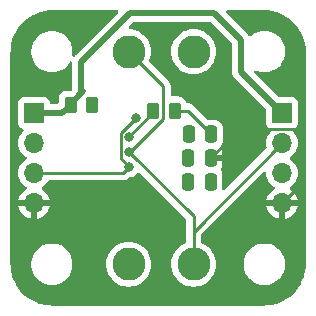
<source format=gbl>
%TF.GenerationSoftware,KiCad,Pcbnew,7.0.6*%
%TF.CreationDate,2023-11-15T12:58:54-06:00*%
%TF.ProjectId,TorqueSensorAmpifierPCB,546f7271-7565-4536-956e-736f72416d70,rev?*%
%TF.SameCoordinates,Original*%
%TF.FileFunction,Copper,L2,Bot*%
%TF.FilePolarity,Positive*%
%FSLAX46Y46*%
G04 Gerber Fmt 4.6, Leading zero omitted, Abs format (unit mm)*
G04 Created by KiCad (PCBNEW 7.0.6) date 2023-11-15 12:58:54*
%MOMM*%
%LPD*%
G01*
G04 APERTURE LIST*
G04 Aperture macros list*
%AMRoundRect*
0 Rectangle with rounded corners*
0 $1 Rounding radius*
0 $2 $3 $4 $5 $6 $7 $8 $9 X,Y pos of 4 corners*
0 Add a 4 corners polygon primitive as box body*
4,1,4,$2,$3,$4,$5,$6,$7,$8,$9,$2,$3,0*
0 Add four circle primitives for the rounded corners*
1,1,$1+$1,$2,$3*
1,1,$1+$1,$4,$5*
1,1,$1+$1,$6,$7*
1,1,$1+$1,$8,$9*
0 Add four rect primitives between the rounded corners*
20,1,$1+$1,$2,$3,$4,$5,0*
20,1,$1+$1,$4,$5,$6,$7,0*
20,1,$1+$1,$6,$7,$8,$9,0*
20,1,$1+$1,$8,$9,$2,$3,0*%
G04 Aperture macros list end*
%TA.AperFunction,ComponentPad*%
%ADD10C,2.800000*%
%TD*%
%TA.AperFunction,ComponentPad*%
%ADD11R,1.700000X1.700000*%
%TD*%
%TA.AperFunction,ComponentPad*%
%ADD12O,1.700000X1.700000*%
%TD*%
%TA.AperFunction,SMDPad,CuDef*%
%ADD13RoundRect,0.250000X-0.250000X-0.475000X0.250000X-0.475000X0.250000X0.475000X-0.250000X0.475000X0*%
%TD*%
%TA.AperFunction,SMDPad,CuDef*%
%ADD14RoundRect,0.250000X-0.262500X-0.450000X0.262500X-0.450000X0.262500X0.450000X-0.262500X0.450000X0*%
%TD*%
%TA.AperFunction,ViaPad*%
%ADD15C,0.800000*%
%TD*%
%TA.AperFunction,Conductor*%
%ADD16C,0.250000*%
%TD*%
%TA.AperFunction,Conductor*%
%ADD17C,0.500000*%
%TD*%
G04 APERTURE END LIST*
D10*
%TO.P,TP1,1,1*%
%TO.N,/SIG_IN_+*%
X73000000Y-91500000D03*
%TD*%
D11*
%TO.P,J2,1,Pin_1*%
%TO.N,+5V*%
X80500000Y-96700000D03*
D12*
%TO.P,J2,2,Pin_2*%
%TO.N,GNDS*%
X80500000Y-99240000D03*
%TO.P,J2,3,Pin_3*%
%TO.N,/SIG_OUT_+*%
X80500000Y-101780000D03*
%TO.P,J2,4,Pin_4*%
%TO.N,GND*%
X80500000Y-104320000D03*
%TD*%
D10*
%TO.P,TP4,1,1*%
%TO.N,GNDS*%
X73000000Y-109500000D03*
%TD*%
%TO.P,TP2,1,1*%
%TO.N,GNDS*%
X67500000Y-91500000D03*
%TD*%
%TO.P,TP3,1,1*%
%TO.N,/SIG_OUT_+*%
X67500000Y-109500000D03*
%TD*%
D11*
%TO.P,J1,1,Pin_1*%
%TO.N,+5V*%
X59500000Y-96700000D03*
D12*
%TO.P,J1,2,Pin_2*%
%TO.N,GNDS*%
X59500000Y-99240000D03*
%TO.P,J1,3,Pin_3*%
%TO.N,/SIG_IN_+*%
X59500000Y-101780000D03*
%TO.P,J1,4,Pin_4*%
%TO.N,GND*%
X59500000Y-104320000D03*
%TD*%
D13*
%TO.P,C2,1*%
%TO.N,Net-(C2-Pad1)*%
X72600000Y-98500000D03*
%TO.P,C2,2*%
%TO.N,Net-(C2-Pad2)*%
X74500000Y-98500000D03*
%TD*%
D14*
%TO.P,R2,1*%
%TO.N,Net-(R2-Pad1)*%
X69587500Y-96500000D03*
%TO.P,R2,2*%
%TO.N,Net-(C2-Pad2)*%
X71412500Y-96500000D03*
%TD*%
D13*
%TO.P,C3,1*%
%TO.N,Net-(C3-Pad1)*%
X72550000Y-102500000D03*
%TO.P,C3,2*%
%TO.N,/SIG_OUT_+*%
X74450000Y-102500000D03*
%TD*%
D14*
%TO.P,R1,1*%
%TO.N,+5V*%
X62587500Y-96000000D03*
%TO.P,R1,2*%
%TO.N,Net-(D1-A)*%
X64412500Y-96000000D03*
%TD*%
D13*
%TO.P,C1,1*%
%TO.N,Net-(U1-BYPASS)*%
X72550000Y-100500000D03*
%TO.P,C1,2*%
%TO.N,GND*%
X74450000Y-100500000D03*
%TD*%
D15*
%TO.N,Net-(U1-BYPASS)*%
X72550000Y-100376498D03*
%TO.N,Net-(C2-Pad1)*%
X72600000Y-98500000D03*
%TO.N,Net-(C3-Pad1)*%
X72500000Y-102500000D03*
%TO.N,/SIG_OUT_+*%
X74450000Y-102500000D03*
%TO.N,Net-(D1-A)*%
X64412500Y-96000000D03*
%TO.N,Net-(R2-Pad1)*%
X67550000Y-98690000D03*
%TO.N,GNDS*%
X67550000Y-99960000D03*
%TO.N,/SIG_IN_+*%
X67550000Y-101230000D03*
X68107701Y-97107701D03*
%TD*%
D16*
%TO.N,GND*%
X82065000Y-98065000D02*
X82375000Y-98375000D01*
X82375000Y-98375000D02*
X82375000Y-102445000D01*
X74450000Y-100500000D02*
X76885000Y-98065000D01*
X76885000Y-98065000D02*
X82065000Y-98065000D01*
X82375000Y-102445000D02*
X80500000Y-104320000D01*
%TO.N,Net-(C2-Pad2)*%
X72500000Y-96500000D02*
X71412500Y-96500000D01*
X74500000Y-98500000D02*
X72500000Y-96500000D01*
%TO.N,Net-(C3-Pad1)*%
X72550000Y-102500000D02*
X72500000Y-102500000D01*
%TO.N,Net-(R2-Pad1)*%
X69587500Y-96500000D02*
X69587500Y-96652500D01*
X69587500Y-96652500D02*
X67550000Y-98690000D01*
%TO.N,GNDS*%
X70425000Y-97188173D02*
X67653173Y-99960000D01*
X70425000Y-94425000D02*
X70425000Y-97188173D01*
X67500000Y-91500000D02*
X70425000Y-94425000D01*
X73000000Y-109500000D02*
X73000000Y-106740000D01*
X73000000Y-105410000D02*
X67550000Y-99960000D01*
X73000000Y-109500000D02*
X73000000Y-105410000D01*
X67653173Y-99960000D02*
X67550000Y-99960000D01*
X73000000Y-106740000D02*
X80500000Y-99240000D01*
%TO.N,/SIG_IN_+*%
X59500000Y-101780000D02*
X67000000Y-101780000D01*
X68107701Y-97107701D02*
X66825000Y-98390402D01*
X66825000Y-100505000D02*
X67550000Y-101230000D01*
X66825000Y-98390402D02*
X66825000Y-100505000D01*
X67000000Y-101780000D02*
X67550000Y-101230000D01*
D17*
%TO.N,+5V*%
X61887500Y-96700000D02*
X59500000Y-96700000D01*
X62587500Y-96000000D02*
X61887500Y-96700000D01*
X62587500Y-96000000D02*
X62587500Y-95912500D01*
X77000000Y-93200000D02*
X80500000Y-96700000D01*
X77000000Y-90500000D02*
X77000000Y-93200000D01*
X63500000Y-92383704D02*
X67633704Y-88250000D01*
X63500000Y-95000000D02*
X63650000Y-94850000D01*
X62587500Y-95912500D02*
X63500000Y-95000000D01*
X74750000Y-88250000D02*
X77000000Y-90500000D01*
X63500000Y-95000000D02*
X63500000Y-92383704D01*
X67633704Y-88250000D02*
X74750000Y-88250000D01*
%TD*%
%TA.AperFunction,Conductor*%
%TO.N,GND*%
G36*
X66589513Y-88020185D02*
G01*
X66635268Y-88072989D01*
X66645212Y-88142147D01*
X66616187Y-88205703D01*
X66610155Y-88212181D01*
X63014358Y-91807976D01*
X63000729Y-91819755D01*
X62981469Y-91834094D01*
X62947896Y-91874104D01*
X62944247Y-91878086D01*
X62938766Y-91883569D01*
X62877447Y-91917063D01*
X62807755Y-91912088D01*
X62751815Y-91870224D01*
X62727389Y-91804763D01*
X62728456Y-91777427D01*
X62750500Y-91631182D01*
X62750500Y-91368818D01*
X62711396Y-91109385D01*
X62634063Y-90858677D01*
X62604388Y-90797056D01*
X62520232Y-90622303D01*
X62520231Y-90622302D01*
X62520230Y-90622301D01*
X62520228Y-90622296D01*
X62372433Y-90405521D01*
X62362441Y-90394753D01*
X62193985Y-90213198D01*
X62128384Y-90160883D01*
X61988857Y-90049614D01*
X61761643Y-89918432D01*
X61517416Y-89822580D01*
X61517411Y-89822578D01*
X61517402Y-89822576D01*
X61273161Y-89766830D01*
X61261630Y-89764198D01*
X61261629Y-89764197D01*
X61261625Y-89764197D01*
X61261620Y-89764196D01*
X61065500Y-89749500D01*
X61065494Y-89749500D01*
X60934506Y-89749500D01*
X60934500Y-89749500D01*
X60738379Y-89764196D01*
X60738374Y-89764197D01*
X60482597Y-89822576D01*
X60482578Y-89822582D01*
X60238356Y-89918432D01*
X60011143Y-90049614D01*
X59806014Y-90213198D01*
X59627567Y-90405520D01*
X59479768Y-90622302D01*
X59479767Y-90622303D01*
X59365938Y-90858673D01*
X59288606Y-91109376D01*
X59288605Y-91109381D01*
X59288604Y-91109385D01*
X59281429Y-91156989D01*
X59249500Y-91368812D01*
X59249500Y-91631187D01*
X59249508Y-91631237D01*
X59288604Y-91890615D01*
X59288605Y-91890617D01*
X59288606Y-91890623D01*
X59365938Y-92141326D01*
X59479767Y-92377696D01*
X59479768Y-92377697D01*
X59479770Y-92377700D01*
X59479772Y-92377704D01*
X59583679Y-92530107D01*
X59627567Y-92594479D01*
X59806014Y-92786801D01*
X59806018Y-92786804D01*
X59806019Y-92786805D01*
X60011143Y-92950386D01*
X60238357Y-93081568D01*
X60482584Y-93177420D01*
X60738370Y-93235802D01*
X60738376Y-93235802D01*
X60738379Y-93235803D01*
X60934500Y-93250500D01*
X60934506Y-93250500D01*
X61065500Y-93250500D01*
X61261620Y-93235803D01*
X61261622Y-93235802D01*
X61261630Y-93235802D01*
X61517416Y-93177420D01*
X61761643Y-93081568D01*
X61988857Y-92950386D01*
X62193981Y-92786805D01*
X62372433Y-92594479D01*
X62520228Y-92377704D01*
X62520230Y-92377699D01*
X62522841Y-92373870D01*
X62524686Y-92375128D01*
X62568590Y-92333198D01*
X62637186Y-92319920D01*
X62702072Y-92345835D01*
X62742646Y-92402717D01*
X62749499Y-92443368D01*
X62749499Y-94637769D01*
X62729814Y-94704808D01*
X62713180Y-94725450D01*
X62675449Y-94763181D01*
X62614126Y-94796666D01*
X62587768Y-94799500D01*
X62274999Y-94799500D01*
X62274980Y-94799501D01*
X62172203Y-94810000D01*
X62172200Y-94810001D01*
X62005668Y-94865185D01*
X62005663Y-94865187D01*
X61856342Y-94957289D01*
X61732289Y-95081342D01*
X61640187Y-95230663D01*
X61640185Y-95230668D01*
X61621090Y-95288294D01*
X61585001Y-95397203D01*
X61585001Y-95397204D01*
X61585000Y-95397204D01*
X61574500Y-95499983D01*
X61574500Y-95825500D01*
X61554815Y-95892539D01*
X61502011Y-95938294D01*
X61450500Y-95949500D01*
X60974499Y-95949500D01*
X60907460Y-95929815D01*
X60861705Y-95877011D01*
X60850499Y-95825500D01*
X60850499Y-95802129D01*
X60850498Y-95802123D01*
X60850497Y-95802116D01*
X60844091Y-95742517D01*
X60839672Y-95730670D01*
X60793797Y-95607671D01*
X60793793Y-95607664D01*
X60707547Y-95492455D01*
X60707544Y-95492452D01*
X60592335Y-95406206D01*
X60592328Y-95406202D01*
X60457482Y-95355908D01*
X60457483Y-95355908D01*
X60397883Y-95349501D01*
X60397881Y-95349500D01*
X60397873Y-95349500D01*
X60397864Y-95349500D01*
X58602129Y-95349500D01*
X58602123Y-95349501D01*
X58542516Y-95355908D01*
X58407671Y-95406202D01*
X58407664Y-95406206D01*
X58292455Y-95492452D01*
X58292452Y-95492455D01*
X58206206Y-95607664D01*
X58206202Y-95607671D01*
X58155908Y-95742517D01*
X58151176Y-95786536D01*
X58149501Y-95802123D01*
X58149500Y-95802135D01*
X58149500Y-97597870D01*
X58149501Y-97597876D01*
X58155908Y-97657483D01*
X58206202Y-97792328D01*
X58206206Y-97792335D01*
X58292452Y-97907544D01*
X58292455Y-97907547D01*
X58407664Y-97993793D01*
X58407671Y-97993797D01*
X58539081Y-98042810D01*
X58595015Y-98084681D01*
X58619432Y-98150145D01*
X58604580Y-98218418D01*
X58583430Y-98246673D01*
X58461503Y-98368600D01*
X58325965Y-98562169D01*
X58325964Y-98562171D01*
X58226098Y-98776335D01*
X58226094Y-98776344D01*
X58164938Y-99004586D01*
X58164936Y-99004596D01*
X58144341Y-99239999D01*
X58144341Y-99240000D01*
X58164936Y-99475403D01*
X58164938Y-99475413D01*
X58226094Y-99703655D01*
X58226096Y-99703659D01*
X58226097Y-99703663D01*
X58236280Y-99725500D01*
X58325965Y-99917830D01*
X58325967Y-99917834D01*
X58461501Y-100111395D01*
X58461506Y-100111402D01*
X58628597Y-100278493D01*
X58628603Y-100278498D01*
X58814158Y-100408425D01*
X58857783Y-100463002D01*
X58864977Y-100532500D01*
X58833454Y-100594855D01*
X58814158Y-100611575D01*
X58628597Y-100741505D01*
X58461505Y-100908597D01*
X58325965Y-101102169D01*
X58325964Y-101102171D01*
X58226098Y-101316335D01*
X58226094Y-101316344D01*
X58164938Y-101544586D01*
X58164936Y-101544596D01*
X58144341Y-101779999D01*
X58144341Y-101780000D01*
X58164936Y-102015403D01*
X58164938Y-102015413D01*
X58226094Y-102243655D01*
X58226096Y-102243659D01*
X58226097Y-102243663D01*
X58272630Y-102343453D01*
X58325965Y-102457830D01*
X58325967Y-102457834D01*
X58434281Y-102612521D01*
X58461501Y-102651396D01*
X58461506Y-102651402D01*
X58628597Y-102818493D01*
X58628603Y-102818498D01*
X58814594Y-102948730D01*
X58858219Y-103003307D01*
X58865413Y-103072805D01*
X58833890Y-103135160D01*
X58814595Y-103151880D01*
X58628922Y-103281890D01*
X58628920Y-103281891D01*
X58461891Y-103448920D01*
X58461886Y-103448926D01*
X58326400Y-103642420D01*
X58326399Y-103642422D01*
X58226570Y-103856507D01*
X58226567Y-103856513D01*
X58169364Y-104069999D01*
X58169364Y-104070000D01*
X59066314Y-104070000D01*
X59040507Y-104110156D01*
X59000000Y-104248111D01*
X59000000Y-104391889D01*
X59040507Y-104529844D01*
X59066314Y-104570000D01*
X58169364Y-104570000D01*
X58226567Y-104783486D01*
X58226570Y-104783492D01*
X58326399Y-104997578D01*
X58461894Y-105191082D01*
X58628917Y-105358105D01*
X58822421Y-105493600D01*
X59036507Y-105593429D01*
X59036516Y-105593433D01*
X59249998Y-105650635D01*
X59249999Y-105650634D01*
X59249999Y-104755501D01*
X59357685Y-104804680D01*
X59464237Y-104820000D01*
X59535763Y-104820000D01*
X59642315Y-104804680D01*
X59750000Y-104755501D01*
X59750000Y-105650633D01*
X59963483Y-105593433D01*
X59963492Y-105593429D01*
X60177578Y-105493600D01*
X60371082Y-105358105D01*
X60538105Y-105191082D01*
X60673600Y-104997578D01*
X60773429Y-104783492D01*
X60773432Y-104783486D01*
X60830636Y-104570000D01*
X59933686Y-104570000D01*
X59959493Y-104529844D01*
X60000000Y-104391889D01*
X60000000Y-104248111D01*
X59959493Y-104110156D01*
X59933686Y-104070000D01*
X60830636Y-104070000D01*
X60830635Y-104069999D01*
X60773432Y-103856513D01*
X60773429Y-103856507D01*
X60673600Y-103642422D01*
X60673599Y-103642420D01*
X60538113Y-103448926D01*
X60538108Y-103448920D01*
X60371078Y-103281890D01*
X60185405Y-103151879D01*
X60141780Y-103097302D01*
X60134588Y-103027804D01*
X60166110Y-102965449D01*
X60185406Y-102948730D01*
X60371401Y-102818495D01*
X60538495Y-102651401D01*
X60673651Y-102458377D01*
X60728229Y-102414752D01*
X60775227Y-102405500D01*
X66917257Y-102405500D01*
X66932877Y-102407224D01*
X66932904Y-102406939D01*
X66940660Y-102407671D01*
X66940667Y-102407673D01*
X67009814Y-102405500D01*
X67039350Y-102405500D01*
X67046228Y-102404630D01*
X67052041Y-102404172D01*
X67098627Y-102402709D01*
X67117869Y-102397117D01*
X67136912Y-102393174D01*
X67156792Y-102390664D01*
X67200122Y-102373507D01*
X67205646Y-102371617D01*
X67209396Y-102370527D01*
X67250390Y-102358618D01*
X67267629Y-102348422D01*
X67285103Y-102339862D01*
X67303727Y-102332488D01*
X67303727Y-102332487D01*
X67303732Y-102332486D01*
X67341449Y-102305082D01*
X67346305Y-102301892D01*
X67386420Y-102278170D01*
X67400589Y-102263999D01*
X67415379Y-102251368D01*
X67431587Y-102239594D01*
X67461294Y-102203681D01*
X67465219Y-102199370D01*
X67497772Y-102166817D01*
X67559096Y-102133333D01*
X67585452Y-102130500D01*
X67644644Y-102130500D01*
X67644646Y-102130500D01*
X67829803Y-102091144D01*
X68002730Y-102014151D01*
X68155871Y-101902888D01*
X68282533Y-101762216D01*
X68282536Y-101762210D01*
X68282794Y-101761924D01*
X68342280Y-101725276D01*
X68412137Y-101726605D01*
X68462625Y-101757215D01*
X72338181Y-105632771D01*
X72371666Y-105694094D01*
X72374500Y-105720452D01*
X72374500Y-106681016D01*
X72372973Y-106700415D01*
X72369840Y-106720194D01*
X72369840Y-106720195D01*
X72374225Y-106766583D01*
X72374500Y-106772421D01*
X72374500Y-107618813D01*
X72354815Y-107685852D01*
X72302011Y-107731607D01*
X72293834Y-107734994D01*
X72208493Y-107766825D01*
X72208481Y-107766830D01*
X71969892Y-107897109D01*
X71969891Y-107897110D01*
X71752259Y-108060028D01*
X71752247Y-108060038D01*
X71560038Y-108252247D01*
X71560028Y-108252259D01*
X71397110Y-108469891D01*
X71397109Y-108469892D01*
X71266830Y-108708480D01*
X71219326Y-108835843D01*
X71171825Y-108963199D01*
X71171824Y-108963202D01*
X71171823Y-108963206D01*
X71114040Y-109228832D01*
X71114039Y-109228839D01*
X71094645Y-109499998D01*
X71094645Y-109500001D01*
X71114039Y-109771160D01*
X71114040Y-109771167D01*
X71140025Y-109890617D01*
X71171825Y-110036801D01*
X71231798Y-110197594D01*
X71266830Y-110291519D01*
X71397109Y-110530107D01*
X71397110Y-110530108D01*
X71397113Y-110530113D01*
X71560029Y-110747742D01*
X71560033Y-110747746D01*
X71560038Y-110747752D01*
X71752247Y-110939961D01*
X71752253Y-110939966D01*
X71752258Y-110939971D01*
X71969887Y-111102887D01*
X71969891Y-111102889D01*
X71969892Y-111102890D01*
X72208481Y-111233169D01*
X72208480Y-111233169D01*
X72208484Y-111233170D01*
X72208487Y-111233172D01*
X72463199Y-111328175D01*
X72728840Y-111385961D01*
X72980605Y-111403967D01*
X72999999Y-111405355D01*
X73000000Y-111405355D01*
X73000001Y-111405355D01*
X73018100Y-111404060D01*
X73271160Y-111385961D01*
X73536801Y-111328175D01*
X73791513Y-111233172D01*
X73791517Y-111233169D01*
X73791519Y-111233169D01*
X73944467Y-111149653D01*
X74030113Y-111102887D01*
X74247742Y-110939971D01*
X74439971Y-110747742D01*
X74602887Y-110530113D01*
X74689109Y-110372209D01*
X74733169Y-110291519D01*
X74733169Y-110291517D01*
X74733172Y-110291513D01*
X74828175Y-110036801D01*
X74885961Y-109771160D01*
X74895972Y-109631187D01*
X77249500Y-109631187D01*
X77269794Y-109765823D01*
X77288604Y-109890615D01*
X77288605Y-109890617D01*
X77288606Y-109890623D01*
X77365938Y-110141326D01*
X77479767Y-110377696D01*
X77479768Y-110377697D01*
X77479770Y-110377700D01*
X77479772Y-110377704D01*
X77583679Y-110530107D01*
X77627567Y-110594479D01*
X77806014Y-110786801D01*
X77806018Y-110786804D01*
X77806019Y-110786805D01*
X78011143Y-110950386D01*
X78238357Y-111081568D01*
X78482584Y-111177420D01*
X78738370Y-111235802D01*
X78738376Y-111235802D01*
X78738379Y-111235803D01*
X78934500Y-111250500D01*
X78934506Y-111250500D01*
X79065500Y-111250500D01*
X79261620Y-111235803D01*
X79261622Y-111235802D01*
X79261630Y-111235802D01*
X79517416Y-111177420D01*
X79761643Y-111081568D01*
X79988857Y-110950386D01*
X80193981Y-110786805D01*
X80372433Y-110594479D01*
X80520228Y-110377704D01*
X80634063Y-110141323D01*
X80711396Y-109890615D01*
X80750500Y-109631182D01*
X80750500Y-109368818D01*
X80711396Y-109109385D01*
X80634063Y-108858677D01*
X80622121Y-108833880D01*
X80520232Y-108622303D01*
X80520231Y-108622302D01*
X80520230Y-108622301D01*
X80520228Y-108622296D01*
X80372433Y-108405521D01*
X80362441Y-108394753D01*
X80193985Y-108213198D01*
X80154533Y-108181736D01*
X79988857Y-108049614D01*
X79761643Y-107918432D01*
X79517416Y-107822580D01*
X79517411Y-107822578D01*
X79517402Y-107822576D01*
X79273161Y-107766830D01*
X79261630Y-107764198D01*
X79261629Y-107764197D01*
X79261625Y-107764197D01*
X79261620Y-107764196D01*
X79065500Y-107749500D01*
X79065494Y-107749500D01*
X78934506Y-107749500D01*
X78934500Y-107749500D01*
X78738379Y-107764196D01*
X78738374Y-107764197D01*
X78482597Y-107822576D01*
X78482578Y-107822582D01*
X78238356Y-107918432D01*
X78011143Y-108049614D01*
X77806014Y-108213198D01*
X77627567Y-108405520D01*
X77479768Y-108622302D01*
X77479767Y-108622303D01*
X77365938Y-108858673D01*
X77288606Y-109109376D01*
X77288605Y-109109381D01*
X77288604Y-109109385D01*
X77273853Y-109207247D01*
X77249500Y-109368812D01*
X77249500Y-109631187D01*
X74895972Y-109631187D01*
X74905355Y-109500000D01*
X74905245Y-109498469D01*
X74902765Y-109463799D01*
X74885961Y-109228840D01*
X74828175Y-108963199D01*
X74733172Y-108708487D01*
X74733170Y-108708484D01*
X74733169Y-108708480D01*
X74602890Y-108469892D01*
X74602889Y-108469891D01*
X74602887Y-108469887D01*
X74439971Y-108252258D01*
X74439966Y-108252253D01*
X74439961Y-108252247D01*
X74247752Y-108060038D01*
X74247746Y-108060033D01*
X74247742Y-108060029D01*
X74030113Y-107897113D01*
X74030108Y-107897110D01*
X74030107Y-107897109D01*
X73791518Y-107766830D01*
X73791506Y-107766825D01*
X73706166Y-107734994D01*
X73650232Y-107693123D01*
X73625816Y-107627658D01*
X73625500Y-107618813D01*
X73625500Y-107050451D01*
X73645185Y-106983412D01*
X73661814Y-106962775D01*
X78932660Y-101691928D01*
X78993983Y-101658444D01*
X79063675Y-101663428D01*
X79119608Y-101705300D01*
X79144025Y-101770764D01*
X79144341Y-101779610D01*
X79144341Y-101780000D01*
X79164936Y-102015403D01*
X79164938Y-102015413D01*
X79226094Y-102243655D01*
X79226096Y-102243659D01*
X79226097Y-102243663D01*
X79272630Y-102343453D01*
X79325965Y-102457830D01*
X79325967Y-102457834D01*
X79434281Y-102612521D01*
X79461501Y-102651396D01*
X79461506Y-102651402D01*
X79628597Y-102818493D01*
X79628603Y-102818498D01*
X79814594Y-102948730D01*
X79858219Y-103003307D01*
X79865413Y-103072805D01*
X79833890Y-103135160D01*
X79814595Y-103151880D01*
X79628922Y-103281890D01*
X79628920Y-103281891D01*
X79461891Y-103448920D01*
X79461886Y-103448926D01*
X79326400Y-103642420D01*
X79326399Y-103642422D01*
X79226570Y-103856507D01*
X79226567Y-103856513D01*
X79169364Y-104069999D01*
X79169364Y-104070000D01*
X80066314Y-104070000D01*
X80040507Y-104110156D01*
X80000000Y-104248111D01*
X80000000Y-104391889D01*
X80040507Y-104529844D01*
X80066314Y-104570000D01*
X79169364Y-104570000D01*
X79226567Y-104783486D01*
X79226570Y-104783492D01*
X79326399Y-104997578D01*
X79461894Y-105191082D01*
X79628917Y-105358105D01*
X79822421Y-105493600D01*
X80036507Y-105593429D01*
X80036516Y-105593433D01*
X80250000Y-105650634D01*
X80250000Y-104755501D01*
X80357685Y-104804680D01*
X80464237Y-104820000D01*
X80535763Y-104820000D01*
X80642315Y-104804680D01*
X80750000Y-104755501D01*
X80750000Y-105650633D01*
X80963483Y-105593433D01*
X80963492Y-105593429D01*
X81177578Y-105493600D01*
X81371082Y-105358105D01*
X81538105Y-105191082D01*
X81673600Y-104997578D01*
X81773429Y-104783492D01*
X81773432Y-104783486D01*
X81830636Y-104570000D01*
X80933686Y-104570000D01*
X80959493Y-104529844D01*
X81000000Y-104391889D01*
X81000000Y-104248111D01*
X80959493Y-104110156D01*
X80933686Y-104070000D01*
X81830636Y-104070000D01*
X81830635Y-104069999D01*
X81773432Y-103856513D01*
X81773429Y-103856507D01*
X81673600Y-103642422D01*
X81673599Y-103642420D01*
X81538113Y-103448926D01*
X81538108Y-103448920D01*
X81371078Y-103281890D01*
X81185405Y-103151879D01*
X81141780Y-103097302D01*
X81134588Y-103027804D01*
X81166110Y-102965449D01*
X81185406Y-102948730D01*
X81371401Y-102818495D01*
X81538495Y-102651401D01*
X81674035Y-102457830D01*
X81773903Y-102243663D01*
X81835063Y-102015408D01*
X81855659Y-101780000D01*
X81835063Y-101544592D01*
X81773903Y-101316337D01*
X81674035Y-101102171D01*
X81673652Y-101101623D01*
X81538494Y-100908597D01*
X81371402Y-100741506D01*
X81371401Y-100741505D01*
X81185842Y-100611575D01*
X81185841Y-100611574D01*
X81142216Y-100556997D01*
X81135024Y-100487498D01*
X81166546Y-100425144D01*
X81185836Y-100408428D01*
X81371401Y-100278495D01*
X81538495Y-100111401D01*
X81674035Y-99917830D01*
X81773903Y-99703663D01*
X81835063Y-99475408D01*
X81855659Y-99240000D01*
X81835063Y-99004592D01*
X81773903Y-98776337D01*
X81674035Y-98562171D01*
X81539893Y-98370596D01*
X81538496Y-98368600D01*
X81481270Y-98311374D01*
X81416567Y-98246671D01*
X81383084Y-98185351D01*
X81388068Y-98115659D01*
X81429939Y-98059725D01*
X81460915Y-98042810D01*
X81592331Y-97993796D01*
X81707546Y-97907546D01*
X81793796Y-97792331D01*
X81844091Y-97657483D01*
X81850500Y-97597873D01*
X81850499Y-95802128D01*
X81844091Y-95742517D01*
X81839672Y-95730670D01*
X81793797Y-95607671D01*
X81793793Y-95607664D01*
X81707547Y-95492455D01*
X81707544Y-95492452D01*
X81592335Y-95406206D01*
X81592328Y-95406202D01*
X81457482Y-95355908D01*
X81457483Y-95355908D01*
X81397883Y-95349501D01*
X81397881Y-95349500D01*
X81397873Y-95349500D01*
X81397865Y-95349500D01*
X80262229Y-95349500D01*
X80195190Y-95329815D01*
X80174548Y-95313181D01*
X78172318Y-93310950D01*
X78138833Y-93249627D01*
X78143817Y-93179935D01*
X78185689Y-93124002D01*
X78251153Y-93099585D01*
X78305297Y-93107840D01*
X78482584Y-93177420D01*
X78738370Y-93235802D01*
X78738376Y-93235802D01*
X78738379Y-93235803D01*
X78934500Y-93250500D01*
X78934506Y-93250500D01*
X79065500Y-93250500D01*
X79261620Y-93235803D01*
X79261622Y-93235802D01*
X79261630Y-93235802D01*
X79517416Y-93177420D01*
X79761643Y-93081568D01*
X79988857Y-92950386D01*
X80193981Y-92786805D01*
X80372433Y-92594479D01*
X80520228Y-92377704D01*
X80634063Y-92141323D01*
X80711396Y-91890615D01*
X80750500Y-91631182D01*
X80750500Y-91368818D01*
X80711396Y-91109385D01*
X80634063Y-90858677D01*
X80604388Y-90797056D01*
X80520232Y-90622303D01*
X80520231Y-90622302D01*
X80520230Y-90622301D01*
X80520228Y-90622296D01*
X80372433Y-90405521D01*
X80362441Y-90394753D01*
X80193985Y-90213198D01*
X80128384Y-90160883D01*
X79988857Y-90049614D01*
X79761643Y-89918432D01*
X79517416Y-89822580D01*
X79517411Y-89822578D01*
X79517402Y-89822576D01*
X79273161Y-89766830D01*
X79261630Y-89764198D01*
X79261629Y-89764197D01*
X79261625Y-89764197D01*
X79261620Y-89764196D01*
X79065500Y-89749500D01*
X79065494Y-89749500D01*
X78934506Y-89749500D01*
X78934500Y-89749500D01*
X78738379Y-89764196D01*
X78738374Y-89764197D01*
X78482597Y-89822576D01*
X78482578Y-89822582D01*
X78238356Y-89918432D01*
X78011139Y-90049616D01*
X77849042Y-90178884D01*
X77784356Y-90205293D01*
X77715660Y-90192536D01*
X77668130Y-90150077D01*
X77633029Y-90096708D01*
X77610203Y-90059703D01*
X77592712Y-90031345D01*
X77592710Y-90031343D01*
X77588234Y-90025682D01*
X77588281Y-90025644D01*
X77583519Y-90019799D01*
X77583474Y-90019838D01*
X77578834Y-90014308D01*
X77522964Y-89961596D01*
X75773549Y-88212181D01*
X75740064Y-88150858D01*
X75745048Y-88081166D01*
X75786920Y-88025233D01*
X75852384Y-88000816D01*
X75861230Y-88000500D01*
X78998471Y-88000500D01*
X79001513Y-88000575D01*
X79067131Y-88003797D01*
X79152481Y-88007990D01*
X79346607Y-88018164D01*
X79352409Y-88018745D01*
X79521733Y-88043862D01*
X79697594Y-88071716D01*
X79702929Y-88072804D01*
X79872209Y-88115206D01*
X80041341Y-88160525D01*
X80046122Y-88162018D01*
X80211894Y-88221332D01*
X80374263Y-88283660D01*
X80378543Y-88285492D01*
X80464073Y-88325944D01*
X80538476Y-88361134D01*
X80692992Y-88439864D01*
X80696720Y-88441928D01*
X80848967Y-88533180D01*
X80994262Y-88627537D01*
X80997428Y-88629736D01*
X81140323Y-88735714D01*
X81274975Y-88844752D01*
X81277594Y-88846997D01*
X81408517Y-88965658D01*
X81410721Y-88967757D01*
X81532241Y-89089277D01*
X81534340Y-89091481D01*
X81653001Y-89222404D01*
X81655246Y-89225023D01*
X81764285Y-89359676D01*
X81870262Y-89502570D01*
X81872461Y-89505736D01*
X81966822Y-89651038D01*
X82058070Y-89803278D01*
X82060133Y-89807006D01*
X82138868Y-89961529D01*
X82214506Y-90121455D01*
X82216342Y-90125746D01*
X82278672Y-90288120D01*
X82289827Y-90319295D01*
X82337970Y-90453847D01*
X82339479Y-90458678D01*
X82384793Y-90627790D01*
X82427191Y-90797056D01*
X82428286Y-90802424D01*
X82456145Y-90978317D01*
X82481250Y-91147560D01*
X82481836Y-91153416D01*
X82492011Y-91347561D01*
X82499425Y-91498488D01*
X82499500Y-91501530D01*
X82499500Y-109498469D01*
X82499425Y-109501511D01*
X82492011Y-109652438D01*
X82481836Y-109846582D01*
X82481250Y-109852438D01*
X82456145Y-110021682D01*
X82428286Y-110197574D01*
X82427191Y-110202942D01*
X82384793Y-110372209D01*
X82339479Y-110541320D01*
X82337967Y-110546163D01*
X82278672Y-110711879D01*
X82216342Y-110874252D01*
X82214507Y-110878543D01*
X82138868Y-111038470D01*
X82060133Y-111192992D01*
X82058070Y-111196720D01*
X81966822Y-111348961D01*
X81872461Y-111494262D01*
X81870262Y-111497428D01*
X81764285Y-111640323D01*
X81655245Y-111774975D01*
X81653001Y-111777594D01*
X81534340Y-111908517D01*
X81532241Y-111910721D01*
X81410721Y-112032241D01*
X81408517Y-112034340D01*
X81277594Y-112153001D01*
X81274975Y-112155245D01*
X81140323Y-112264285D01*
X80997428Y-112370262D01*
X80994262Y-112372461D01*
X80848961Y-112466822D01*
X80696720Y-112558070D01*
X80692992Y-112560133D01*
X80538470Y-112638868D01*
X80378543Y-112714507D01*
X80374252Y-112716342D01*
X80211879Y-112778672D01*
X80046163Y-112837967D01*
X80041320Y-112839479D01*
X79872209Y-112884793D01*
X79702942Y-112927191D01*
X79697574Y-112928286D01*
X79521682Y-112956145D01*
X79352438Y-112981250D01*
X79346582Y-112981836D01*
X79152438Y-112992011D01*
X79001513Y-112999425D01*
X78998470Y-112999500D01*
X61001530Y-112999500D01*
X60998488Y-112999425D01*
X60847561Y-112992011D01*
X60653416Y-112981836D01*
X60647560Y-112981250D01*
X60478317Y-112956145D01*
X60302424Y-112928286D01*
X60297056Y-112927191D01*
X60127790Y-112884793D01*
X59958678Y-112839479D01*
X59953847Y-112837970D01*
X59847307Y-112799850D01*
X59788120Y-112778672D01*
X59625746Y-112716342D01*
X59621455Y-112714506D01*
X59461529Y-112638868D01*
X59307006Y-112560133D01*
X59303278Y-112558070D01*
X59151038Y-112466822D01*
X59005736Y-112372461D01*
X59002570Y-112370262D01*
X58859676Y-112264285D01*
X58725023Y-112155246D01*
X58722404Y-112153001D01*
X58591481Y-112034340D01*
X58589277Y-112032241D01*
X58467757Y-111910721D01*
X58465658Y-111908517D01*
X58346997Y-111777594D01*
X58344752Y-111774975D01*
X58235714Y-111640323D01*
X58129736Y-111497428D01*
X58127537Y-111494262D01*
X58033177Y-111348961D01*
X58020718Y-111328175D01*
X57963776Y-111233172D01*
X57941928Y-111196720D01*
X57939864Y-111192992D01*
X57861131Y-111038470D01*
X57785492Y-110878543D01*
X57783656Y-110874252D01*
X57735097Y-110747752D01*
X57721327Y-110711879D01*
X57662018Y-110546122D01*
X57660525Y-110541341D01*
X57615206Y-110372209D01*
X57572804Y-110202929D01*
X57571716Y-110197594D01*
X57543854Y-110021682D01*
X57518745Y-109852409D01*
X57518164Y-109846607D01*
X57507989Y-109652438D01*
X57506945Y-109631187D01*
X59249500Y-109631187D01*
X59269794Y-109765823D01*
X59288604Y-109890615D01*
X59288605Y-109890617D01*
X59288606Y-109890623D01*
X59365938Y-110141326D01*
X59479767Y-110377696D01*
X59479768Y-110377697D01*
X59479770Y-110377700D01*
X59479772Y-110377704D01*
X59583679Y-110530107D01*
X59627567Y-110594479D01*
X59806014Y-110786801D01*
X59806018Y-110786804D01*
X59806019Y-110786805D01*
X60011143Y-110950386D01*
X60238357Y-111081568D01*
X60482584Y-111177420D01*
X60738370Y-111235802D01*
X60738376Y-111235802D01*
X60738379Y-111235803D01*
X60934500Y-111250500D01*
X60934506Y-111250500D01*
X61065500Y-111250500D01*
X61261620Y-111235803D01*
X61261622Y-111235802D01*
X61261630Y-111235802D01*
X61517416Y-111177420D01*
X61761643Y-111081568D01*
X61988857Y-110950386D01*
X62193981Y-110786805D01*
X62372433Y-110594479D01*
X62520228Y-110377704D01*
X62634063Y-110141323D01*
X62711396Y-109890615D01*
X62750500Y-109631182D01*
X62750500Y-109500001D01*
X65594645Y-109500001D01*
X65614039Y-109771160D01*
X65614040Y-109771167D01*
X65640025Y-109890617D01*
X65671825Y-110036801D01*
X65731798Y-110197594D01*
X65766830Y-110291519D01*
X65897109Y-110530107D01*
X65897110Y-110530108D01*
X65897113Y-110530113D01*
X66060029Y-110747742D01*
X66060033Y-110747746D01*
X66060038Y-110747752D01*
X66252247Y-110939961D01*
X66252253Y-110939966D01*
X66252258Y-110939971D01*
X66469887Y-111102887D01*
X66469891Y-111102889D01*
X66469892Y-111102890D01*
X66708481Y-111233169D01*
X66708480Y-111233169D01*
X66708484Y-111233170D01*
X66708487Y-111233172D01*
X66963199Y-111328175D01*
X67228840Y-111385961D01*
X67480604Y-111403967D01*
X67499999Y-111405355D01*
X67500000Y-111405355D01*
X67500001Y-111405355D01*
X67518100Y-111404060D01*
X67771160Y-111385961D01*
X68036801Y-111328175D01*
X68291513Y-111233172D01*
X68291517Y-111233169D01*
X68291519Y-111233169D01*
X68444467Y-111149653D01*
X68530113Y-111102887D01*
X68747742Y-110939971D01*
X68939971Y-110747742D01*
X69102887Y-110530113D01*
X69189109Y-110372209D01*
X69233169Y-110291519D01*
X69233169Y-110291517D01*
X69233172Y-110291513D01*
X69328175Y-110036801D01*
X69385961Y-109771160D01*
X69405355Y-109500000D01*
X69405245Y-109498469D01*
X69402765Y-109463799D01*
X69385961Y-109228840D01*
X69328175Y-108963199D01*
X69233172Y-108708487D01*
X69233170Y-108708484D01*
X69233169Y-108708480D01*
X69102890Y-108469892D01*
X69102889Y-108469891D01*
X69102887Y-108469887D01*
X68939971Y-108252258D01*
X68939966Y-108252253D01*
X68939961Y-108252247D01*
X68747752Y-108060038D01*
X68747746Y-108060033D01*
X68747742Y-108060029D01*
X68530113Y-107897113D01*
X68530108Y-107897110D01*
X68530107Y-107897109D01*
X68291518Y-107766830D01*
X68291519Y-107766830D01*
X68197082Y-107731607D01*
X68036801Y-107671825D01*
X68036794Y-107671823D01*
X68036793Y-107671823D01*
X67771167Y-107614040D01*
X67771160Y-107614039D01*
X67500001Y-107594645D01*
X67499999Y-107594645D01*
X67228839Y-107614039D01*
X67228832Y-107614040D01*
X66963206Y-107671823D01*
X66963202Y-107671824D01*
X66963199Y-107671825D01*
X66835842Y-107719326D01*
X66708480Y-107766830D01*
X66469892Y-107897109D01*
X66469891Y-107897110D01*
X66252259Y-108060028D01*
X66252247Y-108060038D01*
X66060038Y-108252247D01*
X66060028Y-108252259D01*
X65897110Y-108469891D01*
X65897109Y-108469892D01*
X65766830Y-108708480D01*
X65719326Y-108835843D01*
X65671825Y-108963199D01*
X65671824Y-108963202D01*
X65671823Y-108963206D01*
X65614040Y-109228832D01*
X65614039Y-109228839D01*
X65594645Y-109499998D01*
X65594645Y-109500001D01*
X62750500Y-109500001D01*
X62750500Y-109368818D01*
X62711396Y-109109385D01*
X62634063Y-108858677D01*
X62622121Y-108833880D01*
X62520232Y-108622303D01*
X62520231Y-108622302D01*
X62520230Y-108622301D01*
X62520228Y-108622296D01*
X62372433Y-108405521D01*
X62362441Y-108394753D01*
X62193985Y-108213198D01*
X62154533Y-108181736D01*
X61988857Y-108049614D01*
X61761643Y-107918432D01*
X61517416Y-107822580D01*
X61517411Y-107822578D01*
X61517402Y-107822576D01*
X61273161Y-107766830D01*
X61261630Y-107764198D01*
X61261629Y-107764197D01*
X61261625Y-107764197D01*
X61261620Y-107764196D01*
X61065500Y-107749500D01*
X61065494Y-107749500D01*
X60934506Y-107749500D01*
X60934500Y-107749500D01*
X60738379Y-107764196D01*
X60738374Y-107764197D01*
X60482597Y-107822576D01*
X60482578Y-107822582D01*
X60238356Y-107918432D01*
X60011143Y-108049614D01*
X59806014Y-108213198D01*
X59627567Y-108405520D01*
X59479768Y-108622302D01*
X59479767Y-108622303D01*
X59365938Y-108858673D01*
X59288606Y-109109376D01*
X59288605Y-109109381D01*
X59288604Y-109109385D01*
X59273853Y-109207247D01*
X59249500Y-109368812D01*
X59249500Y-109631187D01*
X57506945Y-109631187D01*
X57503797Y-109567131D01*
X57500575Y-109501513D01*
X57500500Y-109498471D01*
X57500500Y-91501528D01*
X57500575Y-91498486D01*
X57503058Y-91447916D01*
X57507995Y-91347421D01*
X57518164Y-91153388D01*
X57518744Y-91147594D01*
X57543858Y-90978287D01*
X57571717Y-90802396D01*
X57572801Y-90797083D01*
X57615210Y-90627776D01*
X57660529Y-90458644D01*
X57662013Y-90453891D01*
X57721338Y-90288089D01*
X57783668Y-90125717D01*
X57785492Y-90121455D01*
X57861145Y-89961499D01*
X57939877Y-89806982D01*
X57941915Y-89803299D01*
X58033192Y-89651013D01*
X58127560Y-89505701D01*
X58129724Y-89502586D01*
X58235718Y-89359670D01*
X58344785Y-89224983D01*
X58346970Y-89222434D01*
X58465703Y-89091433D01*
X58467717Y-89089318D01*
X58589318Y-88967717D01*
X58591433Y-88965703D01*
X58722434Y-88846970D01*
X58724983Y-88844785D01*
X58859656Y-88735728D01*
X59002586Y-88629724D01*
X59005701Y-88627560D01*
X59151013Y-88533192D01*
X59303299Y-88441915D01*
X59306982Y-88439877D01*
X59461499Y-88361145D01*
X59621462Y-88285488D01*
X59625717Y-88283668D01*
X59788089Y-88221338D01*
X59953891Y-88162013D01*
X59958644Y-88160529D01*
X60127776Y-88115210D01*
X60297083Y-88072801D01*
X60302396Y-88071717D01*
X60478287Y-88043858D01*
X60647594Y-88018744D01*
X60653388Y-88018164D01*
X60847421Y-88007995D01*
X60945332Y-88003185D01*
X60998487Y-88000575D01*
X61001529Y-88000500D01*
X66522474Y-88000500D01*
X66589513Y-88020185D01*
G37*
%TD.AperFunction*%
%TA.AperFunction,Conductor*%
G36*
X74454809Y-89020185D02*
G01*
X74475451Y-89036819D01*
X76213181Y-90774548D01*
X76246666Y-90835871D01*
X76249500Y-90862229D01*
X76249500Y-93136294D01*
X76248191Y-93154263D01*
X76244710Y-93178025D01*
X76249264Y-93230064D01*
X76249500Y-93235470D01*
X76249500Y-93243709D01*
X76253306Y-93276274D01*
X76260000Y-93352791D01*
X76261461Y-93359867D01*
X76261403Y-93359878D01*
X76263034Y-93367237D01*
X76263092Y-93367224D01*
X76264757Y-93374250D01*
X76291025Y-93446424D01*
X76315185Y-93519331D01*
X76318236Y-93525874D01*
X76318182Y-93525898D01*
X76321470Y-93532688D01*
X76321521Y-93532663D01*
X76324761Y-93539113D01*
X76324762Y-93539114D01*
X76324763Y-93539117D01*
X76366965Y-93603282D01*
X76366965Y-93603283D01*
X76407287Y-93668655D01*
X76411766Y-93674319D01*
X76411719Y-93674356D01*
X76416482Y-93680202D01*
X76416528Y-93680164D01*
X76421173Y-93685700D01*
X76477018Y-93738386D01*
X79113181Y-96374548D01*
X79146666Y-96435871D01*
X79149500Y-96462229D01*
X79149500Y-97597870D01*
X79149501Y-97597876D01*
X79155908Y-97657483D01*
X79206202Y-97792328D01*
X79206206Y-97792335D01*
X79292452Y-97907544D01*
X79292455Y-97907547D01*
X79407664Y-97993793D01*
X79407671Y-97993797D01*
X79539081Y-98042810D01*
X79595015Y-98084681D01*
X79619432Y-98150145D01*
X79604580Y-98218418D01*
X79583430Y-98246673D01*
X79461503Y-98368600D01*
X79325965Y-98562169D01*
X79325964Y-98562171D01*
X79226098Y-98776335D01*
X79226094Y-98776344D01*
X79164938Y-99004586D01*
X79164936Y-99004596D01*
X79144341Y-99239999D01*
X79144341Y-99240000D01*
X79164936Y-99475403D01*
X79164938Y-99475413D01*
X79191856Y-99575872D01*
X79190193Y-99645722D01*
X79159762Y-99695646D01*
X75653735Y-103201672D01*
X75592412Y-103235157D01*
X75522720Y-103230173D01*
X75466787Y-103188301D01*
X75442370Y-103122837D01*
X75442695Y-103101399D01*
X75450500Y-103025009D01*
X75450499Y-101974992D01*
X75439999Y-101872203D01*
X75384814Y-101705666D01*
X75297815Y-101564618D01*
X75279376Y-101497227D01*
X75297817Y-101434426D01*
X75384353Y-101294130D01*
X75384358Y-101294119D01*
X75439505Y-101127697D01*
X75439506Y-101127690D01*
X75449999Y-101024986D01*
X75450000Y-101024973D01*
X75450000Y-100750000D01*
X74324000Y-100750000D01*
X74256961Y-100730315D01*
X74211206Y-100677511D01*
X74200000Y-100626000D01*
X74200000Y-100374000D01*
X74219685Y-100306961D01*
X74272489Y-100261206D01*
X74324000Y-100250000D01*
X75449999Y-100250000D01*
X75449999Y-99975028D01*
X75449998Y-99975013D01*
X75439505Y-99872302D01*
X75384358Y-99705880D01*
X75384353Y-99705869D01*
X75319905Y-99601383D01*
X75301464Y-99533991D01*
X75322386Y-99467327D01*
X75337760Y-99448607D01*
X75342712Y-99443656D01*
X75434814Y-99294334D01*
X75489999Y-99127797D01*
X75500500Y-99025009D01*
X75500499Y-97974992D01*
X75493609Y-97907547D01*
X75489999Y-97872203D01*
X75489998Y-97872200D01*
X75439624Y-97720183D01*
X75434814Y-97705666D01*
X75342712Y-97556344D01*
X75218656Y-97432288D01*
X75069334Y-97340186D01*
X74902797Y-97285001D01*
X74902795Y-97285000D01*
X74800016Y-97274500D01*
X74210453Y-97274500D01*
X74143414Y-97254815D01*
X74122772Y-97238181D01*
X73000803Y-96116212D01*
X72990980Y-96103950D01*
X72990759Y-96104134D01*
X72985786Y-96098123D01*
X72935364Y-96050773D01*
X72924919Y-96040328D01*
X72914475Y-96029883D01*
X72908986Y-96025625D01*
X72904561Y-96021847D01*
X72870582Y-95989938D01*
X72870580Y-95989936D01*
X72870577Y-95989935D01*
X72853029Y-95980288D01*
X72836763Y-95969604D01*
X72820933Y-95957325D01*
X72778168Y-95938818D01*
X72772922Y-95936248D01*
X72732093Y-95913803D01*
X72732092Y-95913802D01*
X72712693Y-95908822D01*
X72694281Y-95902518D01*
X72675898Y-95894562D01*
X72675892Y-95894560D01*
X72629874Y-95887272D01*
X72624152Y-95886087D01*
X72579021Y-95874500D01*
X72579019Y-95874500D01*
X72558984Y-95874500D01*
X72539586Y-95872973D01*
X72527021Y-95870983D01*
X72519805Y-95869840D01*
X72519797Y-95869839D01*
X72507696Y-95870983D01*
X72439102Y-95857691D01*
X72388584Y-95809425D01*
X72378329Y-95786540D01*
X72359814Y-95730666D01*
X72267712Y-95581344D01*
X72143656Y-95457288D01*
X71994334Y-95365186D01*
X71827797Y-95310001D01*
X71827795Y-95310000D01*
X71725016Y-95299500D01*
X71174500Y-95299500D01*
X71107461Y-95279815D01*
X71061706Y-95227011D01*
X71050500Y-95175500D01*
X71050500Y-94507742D01*
X71052224Y-94492122D01*
X71051939Y-94492095D01*
X71052673Y-94484333D01*
X71050500Y-94415172D01*
X71050500Y-94385656D01*
X71050500Y-94385650D01*
X71049631Y-94378779D01*
X71049173Y-94372952D01*
X71048651Y-94356335D01*
X71047710Y-94326373D01*
X71042119Y-94307130D01*
X71038173Y-94288078D01*
X71035664Y-94268208D01*
X71018504Y-94224867D01*
X71016624Y-94219379D01*
X71003618Y-94174610D01*
X70993422Y-94157370D01*
X70984861Y-94139894D01*
X70977487Y-94121270D01*
X70977486Y-94121268D01*
X70950079Y-94083545D01*
X70946888Y-94078686D01*
X70923172Y-94038583D01*
X70923165Y-94038574D01*
X70909006Y-94024415D01*
X70896368Y-94009619D01*
X70884594Y-93993413D01*
X70848688Y-93963709D01*
X70844376Y-93959786D01*
X69274018Y-92389427D01*
X69240533Y-92328104D01*
X69245516Y-92258415D01*
X69328175Y-92036801D01*
X69385961Y-91771160D01*
X69405355Y-91500001D01*
X71094645Y-91500001D01*
X71114039Y-91771160D01*
X71114040Y-91771167D01*
X71160997Y-91987027D01*
X71171825Y-92036801D01*
X71210810Y-92141323D01*
X71266830Y-92291519D01*
X71397109Y-92530107D01*
X71397110Y-92530108D01*
X71397113Y-92530113D01*
X71560029Y-92747742D01*
X71560033Y-92747746D01*
X71560038Y-92747752D01*
X71752247Y-92939961D01*
X71752253Y-92939966D01*
X71752258Y-92939971D01*
X71969887Y-93102887D01*
X71969891Y-93102889D01*
X71969892Y-93102890D01*
X72208481Y-93233169D01*
X72208480Y-93233169D01*
X72208484Y-93233170D01*
X72208487Y-93233172D01*
X72463199Y-93328175D01*
X72728840Y-93385961D01*
X72980605Y-93403967D01*
X72999999Y-93405355D01*
X73000000Y-93405355D01*
X73000001Y-93405355D01*
X73018100Y-93404060D01*
X73271160Y-93385961D01*
X73536801Y-93328175D01*
X73791513Y-93233172D01*
X73791517Y-93233169D01*
X73791519Y-93233169D01*
X73910812Y-93168029D01*
X74030113Y-93102887D01*
X74247742Y-92939971D01*
X74439971Y-92747742D01*
X74602887Y-92530113D01*
X74703510Y-92345835D01*
X74733169Y-92291519D01*
X74733169Y-92291517D01*
X74733172Y-92291513D01*
X74828175Y-92036801D01*
X74885961Y-91771160D01*
X74905355Y-91500000D01*
X74885961Y-91228840D01*
X74828175Y-90963199D01*
X74733172Y-90708487D01*
X74733170Y-90708484D01*
X74733169Y-90708480D01*
X74602890Y-90469892D01*
X74602889Y-90469891D01*
X74602887Y-90469887D01*
X74439971Y-90252258D01*
X74439966Y-90252253D01*
X74439961Y-90252247D01*
X74247752Y-90060038D01*
X74247746Y-90060033D01*
X74247742Y-90060029D01*
X74030113Y-89897113D01*
X74030108Y-89897110D01*
X74030107Y-89897109D01*
X73791518Y-89766830D01*
X73791519Y-89766830D01*
X73741920Y-89748330D01*
X73536801Y-89671825D01*
X73536794Y-89671823D01*
X73536793Y-89671823D01*
X73271167Y-89614040D01*
X73271160Y-89614039D01*
X73000001Y-89594645D01*
X72999999Y-89594645D01*
X72728839Y-89614039D01*
X72728832Y-89614040D01*
X72463206Y-89671823D01*
X72463202Y-89671824D01*
X72463199Y-89671825D01*
X72335842Y-89719326D01*
X72208480Y-89766830D01*
X71969892Y-89897109D01*
X71969891Y-89897110D01*
X71752259Y-90060028D01*
X71752247Y-90060038D01*
X71560038Y-90252247D01*
X71560028Y-90252259D01*
X71397110Y-90469891D01*
X71397109Y-90469892D01*
X71266830Y-90708480D01*
X71231791Y-90802424D01*
X71171825Y-90963199D01*
X71171824Y-90963202D01*
X71171823Y-90963206D01*
X71114040Y-91228832D01*
X71114039Y-91228839D01*
X71094645Y-91499998D01*
X71094645Y-91500001D01*
X69405355Y-91500001D01*
X69405355Y-91500000D01*
X69385961Y-91228840D01*
X69328175Y-90963199D01*
X69233172Y-90708487D01*
X69233170Y-90708484D01*
X69233169Y-90708480D01*
X69102890Y-90469892D01*
X69102889Y-90469891D01*
X69102887Y-90469887D01*
X68939971Y-90252258D01*
X68939966Y-90252253D01*
X68939961Y-90252247D01*
X68747752Y-90060038D01*
X68747746Y-90060033D01*
X68747742Y-90060029D01*
X68530113Y-89897113D01*
X68530108Y-89897110D01*
X68530107Y-89897109D01*
X68291518Y-89766830D01*
X68291519Y-89766830D01*
X68241920Y-89748330D01*
X68036801Y-89671825D01*
X68036794Y-89671823D01*
X68036793Y-89671823D01*
X67771167Y-89614040D01*
X67771161Y-89614039D01*
X67631237Y-89604031D01*
X67565773Y-89579614D01*
X67523902Y-89523680D01*
X67518918Y-89453988D01*
X67552401Y-89392668D01*
X67908251Y-89036819D01*
X67969575Y-89003334D01*
X67995933Y-89000500D01*
X74387770Y-89000500D01*
X74454809Y-89020185D01*
G37*
%TD.AperFunction*%
%TD*%
M02*

</source>
